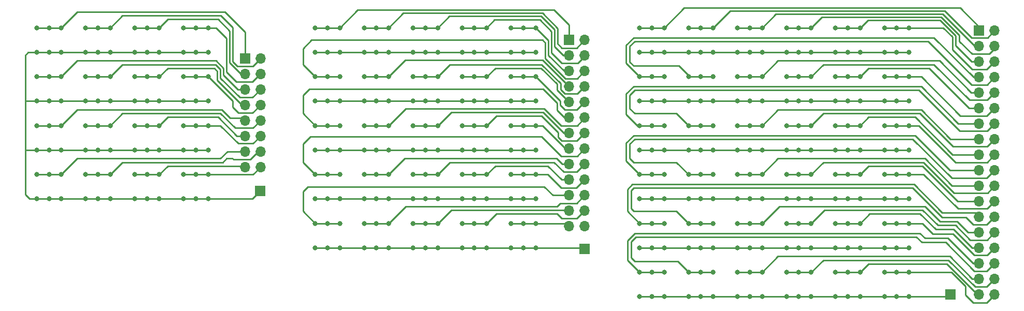
<source format=gbl>
%TF.GenerationSoftware,KiCad,Pcbnew,(6.0.2)*%
%TF.CreationDate,2023-03-09T16:35:16+09:00*%
%TF.ProjectId,pixel_array_study,70697865-6c5f-4617-9272-61795f737475,rev?*%
%TF.SameCoordinates,Original*%
%TF.FileFunction,Copper,L2,Bot*%
%TF.FilePolarity,Positive*%
%FSLAX46Y46*%
G04 Gerber Fmt 4.6, Leading zero omitted, Abs format (unit mm)*
G04 Created by KiCad (PCBNEW (6.0.2)) date 2023-03-09 16:35:16*
%MOMM*%
%LPD*%
G01*
G04 APERTURE LIST*
%TA.AperFunction,ComponentPad*%
%ADD10R,1.700000X1.700000*%
%TD*%
%TA.AperFunction,ComponentPad*%
%ADD11O,1.700000X1.700000*%
%TD*%
%TA.AperFunction,ViaPad*%
%ADD12C,0.800000*%
%TD*%
%TA.AperFunction,Conductor*%
%ADD13C,0.250000*%
%TD*%
G04 APERTURE END LIST*
D10*
%TO.P,J8,1,Pin_1*%
%TO.N,Net-(J8-Pad1)*%
X144000000Y-60200000D03*
%TD*%
%TO.P,J10,1,Pin_1*%
%TO.N,Net-(J10-Pad1)*%
X203800000Y-67600000D03*
%TD*%
%TO.P,J9,1,Pin_1*%
%TO.N,Net-(J9-Pad1)*%
X208460000Y-24425000D03*
D11*
%TO.P,J9,2,Pin_2*%
%TO.N,Net-(J9-Pad2)*%
X211000000Y-24425000D03*
%TO.P,J9,3,Pin_3*%
%TO.N,Net-(J9-Pad3)*%
X208460000Y-26965000D03*
%TO.P,J9,4,Pin_4*%
%TO.N,Net-(J9-Pad4)*%
X211000000Y-26965000D03*
%TO.P,J9,5,Pin_5*%
%TO.N,Net-(J9-Pad5)*%
X208460000Y-29505000D03*
%TO.P,J9,6,Pin_6*%
%TO.N,Net-(J9-Pad6)*%
X211000000Y-29505000D03*
%TO.P,J9,7,Pin_7*%
%TO.N,Net-(J9-Pad7)*%
X208460000Y-32045000D03*
%TO.P,J9,8,Pin_8*%
%TO.N,Net-(J9-Pad8)*%
X211000000Y-32045000D03*
%TO.P,J9,9,Pin_9*%
%TO.N,Net-(J9-Pad9)*%
X208460000Y-34585000D03*
%TO.P,J9,10,Pin_10*%
%TO.N,Net-(J9-Pad10)*%
X211000000Y-34585000D03*
%TO.P,J9,11,Pin_11*%
%TO.N,Net-(J9-Pad11)*%
X208460000Y-37125000D03*
%TO.P,J9,12,Pin_12*%
%TO.N,Net-(J9-Pad12)*%
X211000000Y-37125000D03*
%TO.P,J9,13,Pin_13*%
%TO.N,Net-(J9-Pad13)*%
X208460000Y-39665000D03*
%TO.P,J9,14,Pin_14*%
%TO.N,Net-(J9-Pad14)*%
X211000000Y-39665000D03*
%TO.P,J9,15,Pin_15*%
%TO.N,Net-(J9-Pad15)*%
X208460000Y-42205000D03*
%TO.P,J9,16,Pin_16*%
%TO.N,Net-(J9-Pad16)*%
X211000000Y-42205000D03*
%TO.P,J9,17,Pin_17*%
%TO.N,Net-(J9-Pad17)*%
X208460000Y-44745000D03*
%TO.P,J9,18,Pin_18*%
%TO.N,Net-(J9-Pad18)*%
X211000000Y-44745000D03*
%TO.P,J9,19,Pin_19*%
%TO.N,Net-(J9-Pad19)*%
X208460000Y-47285000D03*
%TO.P,J9,20,Pin_20*%
%TO.N,Net-(J9-Pad20)*%
X211000000Y-47285000D03*
%TO.P,J9,21,Pin_21*%
%TO.N,Net-(R75-Pad1)*%
X208460000Y-49825000D03*
%TO.P,J9,22,Pin_22*%
%TO.N,Net-(R76-Pad1)*%
X211000000Y-49825000D03*
%TO.P,J9,23,Pin_23*%
%TO.N,Net-(R77-Pad1)*%
X208460000Y-52365000D03*
%TO.P,J9,24,Pin_24*%
%TO.N,Net-(R78-Pad1)*%
X211000000Y-52365000D03*
%TO.P,J9,25,Pin_25*%
%TO.N,Net-(J9-Pad25)*%
X208460000Y-54905000D03*
%TO.P,J9,26,Pin_26*%
%TO.N,Net-(J9-Pad26)*%
X211000000Y-54905000D03*
%TO.P,J9,27,Pin_27*%
%TO.N,Net-(J9-Pad27)*%
X208460000Y-57445000D03*
%TO.P,J9,28,Pin_28*%
%TO.N,Net-(J9-Pad28)*%
X211000000Y-57445000D03*
%TO.P,J9,29,Pin_29*%
%TO.N,Net-(J9-Pad29)*%
X208460000Y-59985000D03*
%TO.P,J9,30,Pin_30*%
%TO.N,Net-(J9-Pad30)*%
X211000000Y-59985000D03*
%TO.P,J9,31,Pin_31*%
%TO.N,Net-(J9-Pad31)*%
X208460000Y-62525000D03*
%TO.P,J9,32,Pin_32*%
%TO.N,Net-(J9-Pad32)*%
X211000000Y-62525000D03*
%TO.P,J9,33,Pin_33*%
%TO.N,Net-(J9-Pad33)*%
X208460000Y-65065000D03*
%TO.P,J9,34,Pin_34*%
%TO.N,Net-(J9-Pad34)*%
X211000000Y-65065000D03*
%TO.P,J9,35,Pin_35*%
%TO.N,Net-(J9-Pad35)*%
X208460000Y-67605000D03*
%TO.P,J9,36,Pin_36*%
%TO.N,Net-(J9-Pad36)*%
X211000000Y-67605000D03*
%TD*%
%TO.P,J7,26*%
%TO.N,N/C*%
X144000000Y-56480000D03*
%TO.P,J7,25,Pin_25*%
%TO.N,Net-(R54-Pad1)*%
X141460000Y-56480000D03*
%TO.P,J7,24,Pin_24*%
%TO.N,Net-(R53-Pad1)*%
X144000000Y-53940000D03*
%TO.P,J7,23,Pin_23*%
%TO.N,Net-(R52-Pad1)*%
X141460000Y-53940000D03*
%TO.P,J7,22,Pin_22*%
%TO.N,Net-(R51-Pad1)*%
X144000000Y-51400000D03*
%TO.P,J7,21,Pin_21*%
%TO.N,Net-(R50-Pad1)*%
X141460000Y-51400000D03*
%TO.P,J7,20,Pin_20*%
%TO.N,Net-(R49-Pad1)*%
X144000000Y-48860000D03*
%TO.P,J7,19,Pin_19*%
%TO.N,Net-(R48-Pad1)*%
X141460000Y-48860000D03*
%TO.P,J7,18,Pin_18*%
%TO.N,Net-(R47-Pad1)*%
X144000000Y-46320000D03*
%TO.P,J7,17,Pin_17*%
%TO.N,Net-(R46-Pad1)*%
X141460000Y-46320000D03*
%TO.P,J7,16,Pin_16*%
%TO.N,Net-(R45-Pad1)*%
X144000000Y-43780000D03*
%TO.P,J7,15,Pin_15*%
%TO.N,Net-(R44-Pad1)*%
X141460000Y-43780000D03*
%TO.P,J7,14,Pin_14*%
%TO.N,Net-(R43-Pad1)*%
X144000000Y-41240000D03*
%TO.P,J7,13,Pin_13*%
%TO.N,Net-(R42-Pad1)*%
X141460000Y-41240000D03*
%TO.P,J7,12,Pin_12*%
%TO.N,Net-(R41-Pad1)*%
X144000000Y-38700000D03*
%TO.P,J7,11,Pin_11*%
%TO.N,Net-(R40-Pad1)*%
X141460000Y-38700000D03*
%TO.P,J7,10,Pin_10*%
%TO.N,Net-(R39-Pad1)*%
X144000000Y-36160000D03*
%TO.P,J7,9,Pin_9*%
%TO.N,Net-(R38-Pad1)*%
X141460000Y-36160000D03*
%TO.P,J7,8,Pin_8*%
%TO.N,Net-(R37-Pad1)*%
X144000000Y-33620000D03*
%TO.P,J7,7,Pin_7*%
%TO.N,Net-(R36-Pad1)*%
X141460000Y-33620000D03*
%TO.P,J7,6,Pin_6*%
%TO.N,Net-(R35-Pad1)*%
X144000000Y-31080000D03*
%TO.P,J7,5,Pin_5*%
%TO.N,Net-(R34-Pad1)*%
X141460000Y-31080000D03*
%TO.P,J7,4,Pin_4*%
%TO.N,Net-(R33-Pad1)*%
X144000000Y-28540000D03*
%TO.P,J7,3,Pin_3*%
%TO.N,Net-(R32-Pad1)*%
X141460000Y-28540000D03*
%TO.P,J7,2,Pin_2*%
%TO.N,Net-(R31-Pad1)*%
X144000000Y-26000000D03*
D10*
%TO.P,J7,1,Pin_1*%
%TO.N,Net-(R30-Pad1)*%
X141460000Y-26000000D03*
%TD*%
%TO.P,J6,1,Pin_1*%
%TO.N,Net-(J6-Pad1)*%
X91000000Y-50700000D03*
%TD*%
%TO.P,J5,1,Pin_1*%
%TO.N,Net-(J5-Pad1)*%
X88500000Y-29000000D03*
D11*
%TO.P,J5,2,Pin_2*%
%TO.N,Net-(J5-Pad2)*%
X91040000Y-29000000D03*
%TO.P,J5,3,Pin_3*%
%TO.N,Net-(J5-Pad3)*%
X88500000Y-31540000D03*
%TO.P,J5,4,Pin_4*%
%TO.N,Net-(J5-Pad4)*%
X91040000Y-31540000D03*
%TO.P,J5,5,Pin_5*%
%TO.N,Net-(J5-Pad5)*%
X88500000Y-34080000D03*
%TO.P,J5,6,Pin_6*%
%TO.N,Net-(J5-Pad6)*%
X91040000Y-34080000D03*
%TO.P,J5,7,Pin_7*%
%TO.N,Net-(J5-Pad7)*%
X88500000Y-36620000D03*
%TO.P,J5,8,Pin_8*%
%TO.N,Net-(J5-Pad8)*%
X91040000Y-36620000D03*
%TO.P,J5,9,Pin_9*%
%TO.N,Net-(J5-Pad9)*%
X88500000Y-39160000D03*
%TO.P,J5,10,Pin_10*%
%TO.N,Net-(J5-Pad10)*%
X91040000Y-39160000D03*
%TO.P,J5,11,Pin_11*%
%TO.N,Net-(J5-Pad11)*%
X88500000Y-41700000D03*
%TO.P,J5,12,Pin_12*%
%TO.N,Net-(J5-Pad12)*%
X91040000Y-41700000D03*
%TO.P,J5,13,Pin_13*%
%TO.N,Net-(J5-Pad13)*%
X88500000Y-44240000D03*
%TO.P,J5,14,Pin_14*%
%TO.N,Net-(J5-Pad14)*%
X91040000Y-44240000D03*
%TO.P,J5,15,Pin_15*%
%TO.N,Net-(J5-Pad15)*%
X88500000Y-46780000D03*
%TO.P,J5,16,Pin_16*%
%TO.N,Net-(J5-Pad16)*%
X91040000Y-46780000D03*
%TD*%
D12*
%TO.N,Net-(J9-Pad13)*%
X157000000Y-40000000D03*
X155000000Y-40000000D03*
X153000000Y-40000000D03*
%TO.N,Net-(J10-Pad1)*%
X173000000Y-44000000D03*
X171000000Y-44000000D03*
X169000000Y-44000000D03*
X165000000Y-44000000D03*
X163000000Y-44000000D03*
X161000000Y-44000000D03*
X157000000Y-44000000D03*
X155000000Y-44000000D03*
X153000000Y-44000000D03*
%TO.N,Net-(J9-Pad19)*%
X153000000Y-48000000D03*
X155000000Y-48000000D03*
X157000000Y-48000000D03*
%TO.N,Net-(J9-Pad20)*%
X161000000Y-48000000D03*
X163000000Y-48000000D03*
X165000000Y-48000000D03*
%TO.N,Net-(R75-Pad1)*%
X169000000Y-48000000D03*
X171000000Y-48000000D03*
X173000000Y-48000000D03*
%TO.N,Net-(J10-Pad1)*%
X173000000Y-52000000D03*
X171000000Y-52000000D03*
X169000000Y-52000000D03*
X165000000Y-52000000D03*
X163000000Y-52000000D03*
X161000000Y-52000000D03*
X157000000Y-52000000D03*
X155000000Y-52000000D03*
X153000000Y-52000000D03*
%TO.N,Net-(J9-Pad25)*%
X157000000Y-56000000D03*
X155000000Y-56000000D03*
X153000000Y-56000000D03*
%TO.N,Net-(J10-Pad1)*%
X153000000Y-60000000D03*
X155000000Y-60000000D03*
X157000000Y-60000000D03*
%TO.N,Net-(J9-Pad31)*%
X157000000Y-64000000D03*
X155000000Y-64000000D03*
X153000000Y-64000000D03*
%TO.N,Net-(J10-Pad1)*%
X153000000Y-68000000D03*
X155000000Y-68000000D03*
X157000000Y-68000000D03*
X161000000Y-68000000D03*
X163000000Y-68000000D03*
X165000000Y-68000000D03*
%TO.N,Net-(J9-Pad32)*%
X165000000Y-64000000D03*
X163000000Y-64000000D03*
X161000000Y-64000000D03*
%TO.N,Net-(J10-Pad1)*%
X161000000Y-60000000D03*
X163000000Y-60000000D03*
X165000000Y-60000000D03*
%TO.N,Net-(J9-Pad26)*%
X165000000Y-56000000D03*
X163000000Y-56000000D03*
X161000000Y-56000000D03*
%TO.N,Net-(J9-Pad27)*%
X173000000Y-56000000D03*
X171000000Y-56000000D03*
X169000000Y-56000000D03*
%TO.N,Net-(J10-Pad1)*%
X173000000Y-60000000D03*
X171000000Y-60000000D03*
X169000000Y-60000000D03*
%TO.N,Net-(J9-Pad33)*%
X173000000Y-64000000D03*
X171000000Y-64000000D03*
X169000000Y-64000000D03*
%TO.N,Net-(J10-Pad1)*%
X173000000Y-68000000D03*
X171000000Y-68000000D03*
X169000000Y-68000000D03*
X181000000Y-68000000D03*
X179000000Y-68000000D03*
X177000000Y-68000000D03*
%TO.N,Net-(J9-Pad34)*%
X181000000Y-64000000D03*
X179000000Y-64000000D03*
X177000000Y-64000000D03*
%TO.N,Net-(J10-Pad1)*%
X181000000Y-60000000D03*
X179000000Y-60000000D03*
X177000000Y-60000000D03*
%TO.N,Net-(J9-Pad28)*%
X181000000Y-56000000D03*
X179000000Y-56000000D03*
X177000000Y-56000000D03*
%TO.N,Net-(J10-Pad1)*%
X181000000Y-52000000D03*
X179000000Y-52000000D03*
X177000000Y-52000000D03*
%TO.N,Net-(R76-Pad1)*%
X181000000Y-48000000D03*
X179000000Y-48000000D03*
X177000000Y-48000000D03*
%TO.N,Net-(J10-Pad1)*%
X181000000Y-44000000D03*
X179000000Y-44000000D03*
X177000000Y-44000000D03*
X197000000Y-60000000D03*
X195000000Y-60000000D03*
X193000000Y-60000000D03*
%TO.N,Net-(J9-Pad36)*%
X193000000Y-64000000D03*
X195000000Y-64000000D03*
X197000000Y-64000000D03*
%TO.N,Net-(J10-Pad1)*%
X197000000Y-68000000D03*
X195000000Y-68000000D03*
X193000000Y-68000000D03*
X189000000Y-68000000D03*
X187000000Y-68000000D03*
X185000000Y-68000000D03*
%TO.N,Net-(J9-Pad35)*%
X185000000Y-64000000D03*
X187000000Y-64000000D03*
X189000000Y-64000000D03*
%TO.N,Net-(J10-Pad1)*%
X189000000Y-60000000D03*
X187000000Y-60000000D03*
X185000000Y-60000000D03*
%TO.N,Net-(J9-Pad29)*%
X185000000Y-56000000D03*
X187000000Y-56000000D03*
X189000000Y-56000000D03*
%TO.N,Net-(J9-Pad30)*%
X197000000Y-56000000D03*
X195000000Y-56000000D03*
X193000000Y-56000000D03*
%TO.N,Net-(J10-Pad1)*%
X189000000Y-52000000D03*
X187000000Y-52000000D03*
X185000000Y-52000000D03*
%TO.N,Net-(R77-Pad1)*%
X185000000Y-48000000D03*
X187000000Y-48000000D03*
X189000000Y-48000000D03*
%TO.N,Net-(J10-Pad1)*%
X189000000Y-44000000D03*
X187000000Y-44000000D03*
X185000000Y-44000000D03*
X197000000Y-52000000D03*
X195000000Y-52000000D03*
X193000000Y-52000000D03*
%TO.N,Net-(R78-Pad1)*%
X193000000Y-48000000D03*
X197000000Y-48000000D03*
X195000000Y-48000000D03*
%TO.N,Net-(J10-Pad1)*%
X193000000Y-44000000D03*
X195000000Y-44000000D03*
X197000000Y-44000000D03*
%TO.N,Net-(J9-Pad18)*%
X197000000Y-40000000D03*
X195000000Y-40000000D03*
X193000000Y-40000000D03*
%TO.N,Net-(J10-Pad1)*%
X193000000Y-36000000D03*
X195000000Y-36000000D03*
X197000000Y-36000000D03*
%TO.N,Net-(J9-Pad12)*%
X197000000Y-32000000D03*
X195000000Y-32000000D03*
X193000000Y-32000000D03*
%TO.N,Net-(J10-Pad1)*%
X193000000Y-28000000D03*
X195000000Y-28000000D03*
X197000000Y-28000000D03*
%TO.N,Net-(J9-Pad6)*%
X197000000Y-24000000D03*
X195000000Y-24000000D03*
X193000000Y-24000000D03*
%TO.N,Net-(J9-Pad5)*%
X185000000Y-24000000D03*
X187000000Y-24000000D03*
X189000000Y-24000000D03*
%TO.N,Net-(J10-Pad1)*%
X185000000Y-28000000D03*
X187000000Y-28000000D03*
X189000000Y-28000000D03*
%TO.N,Net-(J9-Pad11)*%
X189000000Y-32000000D03*
X187000000Y-32000000D03*
X185000000Y-32000000D03*
%TO.N,Net-(J10-Pad1)*%
X185000000Y-36000000D03*
X187000000Y-36000000D03*
X189000000Y-36000000D03*
%TO.N,Net-(J9-Pad17)*%
X189000000Y-40000000D03*
X187000000Y-40000000D03*
X185000000Y-40000000D03*
%TO.N,Net-(J9-Pad16)*%
X181000000Y-40000000D03*
X179000000Y-40000000D03*
X177000000Y-40000000D03*
%TO.N,Net-(J10-Pad1)*%
X177000000Y-36000000D03*
X179000000Y-36000000D03*
X181000000Y-36000000D03*
%TO.N,Net-(J9-Pad10)*%
X181000000Y-32000000D03*
X179000000Y-32000000D03*
X177000000Y-32000000D03*
%TO.N,Net-(J10-Pad1)*%
X177000000Y-28000000D03*
X179000000Y-28000000D03*
X181000000Y-28000000D03*
%TO.N,Net-(J9-Pad4)*%
X181000000Y-24000000D03*
X179000000Y-24000000D03*
X177000000Y-24000000D03*
%TO.N,Net-(J9-Pad3)*%
X173000000Y-24000000D03*
X171000000Y-24000000D03*
X169000000Y-24000000D03*
%TO.N,Net-(J10-Pad1)*%
X169000000Y-28000000D03*
X171000000Y-28000000D03*
X173000000Y-28000000D03*
%TO.N,Net-(J9-Pad9)*%
X173000000Y-32000000D03*
X171000000Y-32000000D03*
X169000000Y-32000000D03*
%TO.N,Net-(J10-Pad1)*%
X169000000Y-36000000D03*
X171000000Y-36000000D03*
X173000000Y-36000000D03*
%TO.N,Net-(J9-Pad15)*%
X173000000Y-40000000D03*
X171000000Y-40000000D03*
X169000000Y-40000000D03*
%TO.N,Net-(J9-Pad14)*%
X165000000Y-40000000D03*
X163000000Y-40000000D03*
X161000000Y-40000000D03*
%TO.N,Net-(J10-Pad1)*%
X161000000Y-36000000D03*
X163000000Y-36000000D03*
X165000000Y-36000000D03*
%TO.N,Net-(J9-Pad8)*%
X165000000Y-32000000D03*
X163000000Y-32000000D03*
X161000000Y-32000000D03*
%TO.N,Net-(J10-Pad1)*%
X161000000Y-28000000D03*
X163000000Y-28000000D03*
X165000000Y-28000000D03*
%TO.N,Net-(J9-Pad2)*%
X165000000Y-24000000D03*
X163000000Y-24000000D03*
X161000000Y-24000000D03*
%TO.N,Net-(J10-Pad1)*%
X153000000Y-36000000D03*
X155000000Y-36000000D03*
X157000000Y-36000000D03*
%TO.N,Net-(J9-Pad7)*%
X157000000Y-32000000D03*
X155000000Y-32000000D03*
X153000000Y-32000000D03*
%TO.N,Net-(J10-Pad1)*%
X153000000Y-28000000D03*
X155000000Y-28000000D03*
X157000000Y-28000000D03*
%TO.N,Net-(J9-Pad1)*%
X157000000Y-24000000D03*
X155000000Y-24000000D03*
X153000000Y-24000000D03*
%TO.N,Net-(J8-Pad1)*%
X104000000Y-60000000D03*
X102000000Y-60000000D03*
X100000000Y-60000000D03*
%TO.N,Net-(R50-Pad1)*%
X100000000Y-56000000D03*
X102000000Y-56000000D03*
X104000000Y-56000000D03*
%TO.N,Net-(J8-Pad1)*%
X104000000Y-52000000D03*
X102000000Y-52000000D03*
X100000000Y-52000000D03*
%TO.N,Net-(R45-Pad1)*%
X100000000Y-48000000D03*
X102000000Y-48000000D03*
X104000000Y-48000000D03*
%TO.N,Net-(R48-Pad1)*%
X128000000Y-48000000D03*
X126000000Y-48000000D03*
X124000000Y-48000000D03*
%TO.N,Net-(R47-Pad1)*%
X120000000Y-48000000D03*
X118000000Y-48000000D03*
X116000000Y-48000000D03*
%TO.N,Net-(R46-Pad1)*%
X112000000Y-48000000D03*
X110000000Y-48000000D03*
X108000000Y-48000000D03*
%TO.N,Net-(J8-Pad1)*%
X108000000Y-52000000D03*
X110000000Y-52000000D03*
X112000000Y-52000000D03*
X116000000Y-52000000D03*
X118000000Y-52000000D03*
X120000000Y-52000000D03*
X124000000Y-52000000D03*
X126000000Y-52000000D03*
X128000000Y-52000000D03*
%TO.N,Net-(R53-Pad1)*%
X128000000Y-56000000D03*
X126000000Y-56000000D03*
X124000000Y-56000000D03*
%TO.N,Net-(R52-Pad1)*%
X120000000Y-56000000D03*
X118000000Y-56000000D03*
X116000000Y-56000000D03*
%TO.N,Net-(R51-Pad1)*%
X112000000Y-56000000D03*
X110000000Y-56000000D03*
X108000000Y-56000000D03*
%TO.N,Net-(J8-Pad1)*%
X108000000Y-60000000D03*
X110000000Y-60000000D03*
X112000000Y-60000000D03*
X116000000Y-60000000D03*
X118000000Y-60000000D03*
X120000000Y-60000000D03*
X124000000Y-60000000D03*
X126000000Y-60000000D03*
X128000000Y-60000000D03*
X132000000Y-60000000D03*
X134000000Y-60000000D03*
X136000000Y-60000000D03*
%TO.N,Net-(R54-Pad1)*%
X136000000Y-56000000D03*
X134000000Y-56000000D03*
X132000000Y-56000000D03*
%TO.N,Net-(J8-Pad1)*%
X132000000Y-52000000D03*
X134000000Y-52000000D03*
X136000000Y-52000000D03*
%TO.N,Net-(R49-Pad1)*%
X136000000Y-48000000D03*
X134000000Y-48000000D03*
X132000000Y-48000000D03*
%TO.N,Net-(J8-Pad1)*%
X136000000Y-44000000D03*
X134000000Y-44000000D03*
X132000000Y-44000000D03*
%TO.N,Net-(R44-Pad1)*%
X136000000Y-40000000D03*
X134000000Y-40000000D03*
X132000000Y-40000000D03*
%TO.N,Net-(J8-Pad1)*%
X128000000Y-44000000D03*
X126000000Y-44000000D03*
X124000000Y-44000000D03*
%TO.N,Net-(R43-Pad1)*%
X128000000Y-40000000D03*
X126000000Y-40000000D03*
X124000000Y-40000000D03*
%TO.N,Net-(J8-Pad1)*%
X116000000Y-44000000D03*
X118000000Y-44000000D03*
X120000000Y-44000000D03*
%TO.N,Net-(R42-Pad1)*%
X120000000Y-40000000D03*
X118000000Y-40000000D03*
X116000000Y-40000000D03*
%TO.N,Net-(J8-Pad1)*%
X112000000Y-44000000D03*
X110000000Y-44000000D03*
X108000000Y-44000000D03*
%TO.N,Net-(R41-Pad1)*%
X112000000Y-40000000D03*
X110000000Y-40000000D03*
X108000000Y-40000000D03*
%TO.N,Net-(J8-Pad1)*%
X104000000Y-44000000D03*
X102000000Y-44000000D03*
X100000000Y-44000000D03*
%TO.N,Net-(R40-Pad1)*%
X104000000Y-40000000D03*
X102000000Y-40000000D03*
X100000000Y-40000000D03*
%TO.N,Net-(J8-Pad1)*%
X100000000Y-36000000D03*
X102000000Y-36000000D03*
X104000000Y-36000000D03*
X108000000Y-36000000D03*
X110000000Y-36000000D03*
X112000000Y-36000000D03*
X116000000Y-36000000D03*
X118000000Y-36000000D03*
X120000000Y-36000000D03*
X124000000Y-36000000D03*
X126000000Y-36000000D03*
X128000000Y-36000000D03*
X132000000Y-36000000D03*
X134000000Y-36000000D03*
X136000000Y-36000000D03*
%TO.N,Net-(R39-Pad1)*%
X136000000Y-32000000D03*
X134000000Y-32000000D03*
X132000000Y-32000000D03*
%TO.N,Net-(R38-Pad1)*%
X128000000Y-32000000D03*
X126000000Y-32000000D03*
X124000000Y-32000000D03*
%TO.N,Net-(R37-Pad1)*%
X120000000Y-32000000D03*
X118000000Y-32000000D03*
X116000000Y-32000000D03*
%TO.N,Net-(R36-Pad1)*%
X112000000Y-32000000D03*
X110000000Y-32000000D03*
X108000000Y-32000000D03*
%TO.N,Net-(R35-Pad1)*%
X104000000Y-32000000D03*
X102000000Y-32000000D03*
X100000000Y-32000000D03*
%TO.N,Net-(J8-Pad1)*%
X100000000Y-28000000D03*
X102000000Y-28000000D03*
X104000000Y-28000000D03*
X108000000Y-28000000D03*
X110000000Y-28000000D03*
X112000000Y-28000000D03*
X116000000Y-28000000D03*
X118000000Y-28000000D03*
X120000000Y-28000000D03*
X124000000Y-28000000D03*
X126000000Y-28000000D03*
X128000000Y-28000000D03*
X132000000Y-28000000D03*
X134000000Y-28000000D03*
X136000000Y-28000000D03*
%TO.N,Net-(R34-Pad1)*%
X136000000Y-24000000D03*
X134000000Y-24000000D03*
X132000000Y-24000000D03*
%TO.N,Net-(R33-Pad1)*%
X128000000Y-24000000D03*
X126000000Y-24000000D03*
X124000000Y-24000000D03*
%TO.N,Net-(R32-Pad1)*%
X120000000Y-24000000D03*
X118000000Y-24000000D03*
X116000000Y-24000000D03*
%TO.N,Net-(R31-Pad1)*%
X112000000Y-24000000D03*
X110000000Y-24000000D03*
X108000000Y-24000000D03*
%TO.N,Net-(R30-Pad1)*%
X104000000Y-24000000D03*
X102000000Y-24000000D03*
X100000000Y-24000000D03*
%TO.N,Net-(J6-Pad1)*%
X78500000Y-52000000D03*
X80500000Y-52000000D03*
X82500000Y-52000000D03*
%TO.N,Net-(J5-Pad16)*%
X82500000Y-48000000D03*
X80500000Y-48000000D03*
X78500000Y-48000000D03*
%TO.N,Net-(J5-Pad15)*%
X70500000Y-48000000D03*
X72500000Y-48000000D03*
X74500000Y-48000000D03*
%TO.N,Net-(J6-Pad1)*%
X74500000Y-52000000D03*
X72500000Y-52000000D03*
X70500000Y-52000000D03*
X66500000Y-52000000D03*
X64500000Y-52000000D03*
X62500000Y-52000000D03*
%TO.N,Net-(J5-Pad14)*%
X66500000Y-48000000D03*
X64500000Y-48000000D03*
X62500000Y-48000000D03*
%TO.N,Net-(J6-Pad1)*%
X54500000Y-52000000D03*
X56500000Y-52000000D03*
X58500000Y-52000000D03*
%TO.N,Net-(J5-Pad13)*%
X58500000Y-48000000D03*
X56500000Y-48000000D03*
X54500000Y-48000000D03*
%TO.N,Net-(J6-Pad1)*%
X54500000Y-44000000D03*
X56500000Y-44000000D03*
X58500000Y-44000000D03*
X62500000Y-44000000D03*
X64500000Y-44000000D03*
X66500000Y-44000000D03*
X70500000Y-44000000D03*
X72500000Y-44000000D03*
X74500000Y-44000000D03*
X78500000Y-44000000D03*
X80500000Y-44000000D03*
X82500000Y-44000000D03*
%TO.N,Net-(J5-Pad12)*%
X82500000Y-40000000D03*
X80500000Y-40000000D03*
X78500000Y-40000000D03*
%TO.N,Net-(J5-Pad11)*%
X74500000Y-40000000D03*
X72500000Y-40000000D03*
X70500000Y-40000000D03*
%TO.N,Net-(J5-Pad10)*%
X66500000Y-40000000D03*
X64500000Y-40000000D03*
X62500000Y-40000000D03*
%TO.N,Net-(J5-Pad9)*%
X58500000Y-40000000D03*
X56500000Y-40000000D03*
X54500000Y-40000000D03*
%TO.N,Net-(J6-Pad1)*%
X54500000Y-36000000D03*
X56500000Y-36000000D03*
X58500000Y-36000000D03*
X62500000Y-36000000D03*
X64500000Y-36000000D03*
X66500000Y-36000000D03*
X70500000Y-36000000D03*
X72500000Y-36000000D03*
X74500000Y-36000000D03*
X78500000Y-36000000D03*
X80500000Y-36000000D03*
X82500000Y-36000000D03*
%TO.N,Net-(J5-Pad8)*%
X82500000Y-32000000D03*
X80500000Y-32000000D03*
X78500000Y-32000000D03*
%TO.N,Net-(J5-Pad7)*%
X74500000Y-32000000D03*
X72500000Y-32000000D03*
X70500000Y-32000000D03*
%TO.N,Net-(J5-Pad6)*%
X66500000Y-32000000D03*
X64500000Y-32000000D03*
X62500000Y-32000000D03*
%TO.N,Net-(J5-Pad5)*%
X58500000Y-32000000D03*
X56500000Y-32000000D03*
X54500000Y-32000000D03*
%TO.N,Net-(J6-Pad1)*%
X54500000Y-28000000D03*
X56500000Y-28000000D03*
X58500000Y-28000000D03*
X62500000Y-28000000D03*
X64500000Y-28000000D03*
X66500000Y-28000000D03*
X70500000Y-28000000D03*
X72500000Y-28000000D03*
X74500000Y-28000000D03*
X78500000Y-28000000D03*
X80500000Y-28000000D03*
X82500000Y-28000000D03*
%TO.N,Net-(J5-Pad4)*%
X82500000Y-24000000D03*
X80500000Y-24000000D03*
X78500000Y-24000000D03*
%TO.N,Net-(J5-Pad3)*%
X74500000Y-24000000D03*
X72500000Y-24000000D03*
X70500000Y-24000000D03*
%TO.N,Net-(J5-Pad2)*%
X66500000Y-24000000D03*
X64500000Y-24000000D03*
X62500000Y-24000000D03*
%TO.N,Net-(J5-Pad1)*%
X58500000Y-24000000D03*
X56500000Y-24000000D03*
X54500000Y-24000000D03*
%TD*%
D13*
%TO.N,Net-(J9-Pad31)*%
X157000000Y-64000000D02*
X153000000Y-64000000D01*
%TO.N,Net-(J9-Pad32)*%
X165000000Y-64000000D02*
X161000000Y-64000000D01*
%TO.N,Net-(J9-Pad33)*%
X173000000Y-64000000D02*
X169000000Y-64000000D01*
%TO.N,Net-(J9-Pad34)*%
X181000000Y-64000000D02*
X177000000Y-64000000D01*
%TO.N,Net-(J9-Pad35)*%
X189000000Y-64000000D02*
X185000000Y-64000000D01*
%TO.N,Net-(J9-Pad36)*%
X197000000Y-64000000D02*
X193000000Y-64000000D01*
%TO.N,Net-(J9-Pad30)*%
X193000000Y-56000000D02*
X197000000Y-56000000D01*
%TO.N,Net-(J9-Pad29)*%
X185000000Y-56000000D02*
X189000000Y-56000000D01*
%TO.N,Net-(J9-Pad28)*%
X177000000Y-56000000D02*
X181000000Y-56000000D01*
%TO.N,Net-(J9-Pad27)*%
X169000000Y-56000000D02*
X173000000Y-56000000D01*
%TO.N,Net-(J9-Pad26)*%
X161000000Y-56000000D02*
X165000000Y-56000000D01*
%TO.N,Net-(J9-Pad25)*%
X153000000Y-56000000D02*
X157000000Y-56000000D01*
%TO.N,Net-(J9-Pad19)*%
X157000000Y-48000000D02*
X153000000Y-48000000D01*
%TO.N,Net-(J9-Pad20)*%
X165000000Y-48000000D02*
X161000000Y-48000000D01*
%TO.N,Net-(R75-Pad1)*%
X173000000Y-48000000D02*
X169000000Y-48000000D01*
%TO.N,Net-(R76-Pad1)*%
X181000000Y-48000000D02*
X177000000Y-48000000D01*
%TO.N,Net-(R77-Pad1)*%
X189000000Y-48000000D02*
X185000000Y-48000000D01*
%TO.N,Net-(R78-Pad1)*%
X197000000Y-48000000D02*
X193000000Y-48000000D01*
%TO.N,Net-(J9-Pad18)*%
X193000000Y-40000000D02*
X197000000Y-40000000D01*
%TO.N,Net-(J9-Pad17)*%
X185000000Y-40000000D02*
X189000000Y-40000000D01*
%TO.N,Net-(J9-Pad16)*%
X177000000Y-40000000D02*
X181000000Y-40000000D01*
%TO.N,Net-(J9-Pad15)*%
X169000000Y-40000000D02*
X173000000Y-40000000D01*
%TO.N,Net-(J9-Pad14)*%
X161000000Y-40000000D02*
X165000000Y-40000000D01*
%TO.N,Net-(J9-Pad13)*%
X153000000Y-40000000D02*
X157000000Y-40000000D01*
%TO.N,Net-(J9-Pad7)*%
X157000000Y-32000000D02*
X153000000Y-32000000D01*
%TO.N,Net-(J9-Pad8)*%
X165000000Y-32000000D02*
X161000000Y-32000000D01*
%TO.N,Net-(J9-Pad9)*%
X173000000Y-32000000D02*
X169000000Y-32000000D01*
%TO.N,Net-(J9-Pad10)*%
X181000000Y-32000000D02*
X177000000Y-32000000D01*
%TO.N,Net-(J9-Pad11)*%
X189000000Y-32000000D02*
X185000000Y-32000000D01*
%TO.N,Net-(J9-Pad12)*%
X197000000Y-32000000D02*
X192700000Y-32000000D01*
%TO.N,Net-(J9-Pad6)*%
X193000000Y-24000000D02*
X197000000Y-24000000D01*
%TO.N,Net-(J9-Pad5)*%
X185000000Y-24000000D02*
X189000000Y-24000000D01*
%TO.N,Net-(J9-Pad4)*%
X177000000Y-24000000D02*
X181000000Y-24000000D01*
%TO.N,Net-(J9-Pad3)*%
X169000000Y-24000000D02*
X173000000Y-24000000D01*
%TO.N,Net-(J9-Pad2)*%
X161000000Y-24000000D02*
X165000000Y-24000000D01*
%TO.N,Net-(J9-Pad1)*%
X157000000Y-24000000D02*
X153000000Y-24000000D01*
%TO.N,Net-(R54-Pad1)*%
X132000000Y-56000000D02*
X136000000Y-56000000D01*
%TO.N,Net-(R53-Pad1)*%
X124000000Y-56000000D02*
X128000000Y-56000000D01*
%TO.N,Net-(R52-Pad1)*%
X116000000Y-56000000D02*
X120000000Y-56000000D01*
%TO.N,Net-(R51-Pad1)*%
X108000000Y-56000000D02*
X112000000Y-56000000D01*
%TO.N,Net-(R50-Pad1)*%
X100000000Y-56000000D02*
X104000000Y-56000000D01*
%TO.N,Net-(R45-Pad1)*%
X104000000Y-48000000D02*
X100000000Y-48000000D01*
%TO.N,Net-(R46-Pad1)*%
X112000000Y-48000000D02*
X108000000Y-48000000D01*
%TO.N,Net-(R47-Pad1)*%
X120000000Y-48000000D02*
X116000000Y-48000000D01*
%TO.N,Net-(R48-Pad1)*%
X124000000Y-48000000D02*
X128000000Y-48000000D01*
%TO.N,Net-(R49-Pad1)*%
X136000000Y-48000000D02*
X132000000Y-48000000D01*
%TO.N,Net-(R44-Pad1)*%
X132000000Y-40000000D02*
X136000000Y-40000000D01*
%TO.N,Net-(R43-Pad1)*%
X124000000Y-40000000D02*
X128000000Y-40000000D01*
%TO.N,Net-(R42-Pad1)*%
X116000000Y-40000000D02*
X120000000Y-40000000D01*
%TO.N,Net-(R41-Pad1)*%
X108000000Y-40000000D02*
X112000000Y-40000000D01*
%TO.N,Net-(R40-Pad1)*%
X100000000Y-40000000D02*
X104000000Y-40000000D01*
%TO.N,Net-(R35-Pad1)*%
X104000000Y-32000000D02*
X100000000Y-32000000D01*
%TO.N,Net-(R36-Pad1)*%
X112000000Y-32000000D02*
X108000000Y-32000000D01*
%TO.N,Net-(R37-Pad1)*%
X120000000Y-32000000D02*
X116000000Y-32000000D01*
%TO.N,Net-(R38-Pad1)*%
X128000000Y-32000000D02*
X124000000Y-32000000D01*
%TO.N,Net-(R39-Pad1)*%
X136000000Y-32000000D02*
X132000000Y-32000000D01*
%TO.N,Net-(R34-Pad1)*%
X132000000Y-24000000D02*
X136000000Y-24000000D01*
%TO.N,Net-(R33-Pad1)*%
X124000000Y-24000000D02*
X128000000Y-24000000D01*
%TO.N,Net-(R32-Pad1)*%
X116000000Y-24000000D02*
X120000000Y-24000000D01*
%TO.N,Net-(R31-Pad1)*%
X108000000Y-24000000D02*
X112000000Y-24000000D01*
%TO.N,Net-(R30-Pad1)*%
X104000000Y-24000000D02*
X100000000Y-24000000D01*
%TO.N,Net-(J5-Pad13)*%
X54500000Y-48000000D02*
X58500000Y-48000000D01*
%TO.N,Net-(J5-Pad14)*%
X62500000Y-48000000D02*
X66500000Y-48000000D01*
%TO.N,Net-(J5-Pad15)*%
X70500000Y-48000000D02*
X74500000Y-48000000D01*
%TO.N,Net-(J5-Pad16)*%
X82500000Y-48000000D02*
X78500000Y-48000000D01*
%TO.N,Net-(J5-Pad12)*%
X78500000Y-40000000D02*
X82500000Y-40000000D01*
%TO.N,Net-(J5-Pad11)*%
X70500000Y-40000000D02*
X74500000Y-40000000D01*
%TO.N,Net-(J5-Pad10)*%
X66500000Y-40000000D02*
X62500000Y-40000000D01*
%TO.N,Net-(J5-Pad9)*%
X54500000Y-40000000D02*
X58500000Y-40000000D01*
%TO.N,Net-(J5-Pad8)*%
X78500000Y-32000000D02*
X82500000Y-32000000D01*
%TO.N,Net-(J5-Pad7)*%
X70500000Y-32000000D02*
X74500000Y-32000000D01*
%TO.N,Net-(J5-Pad6)*%
X62500000Y-32000000D02*
X66500000Y-32000000D01*
%TO.N,Net-(J5-Pad5)*%
X54500000Y-32000000D02*
X58500000Y-32000000D01*
%TO.N,Net-(J5-Pad4)*%
X78500000Y-24000000D02*
X82500000Y-24000000D01*
%TO.N,Net-(J5-Pad3)*%
X70500000Y-24000000D02*
X74500000Y-24000000D01*
%TO.N,Net-(J5-Pad2)*%
X62500000Y-24000000D02*
X66500000Y-24000000D01*
%TO.N,Net-(J5-Pad1)*%
X54500000Y-24000000D02*
X58500000Y-24000000D01*
%TO.N,Net-(R33-Pad1)*%
X129300000Y-22700000D02*
X130300000Y-22700000D01*
X128000000Y-24000000D02*
X129300000Y-22700000D01*
X130300000Y-22700000D02*
X136700000Y-22700000D01*
%TO.N,Net-(R32-Pad1)*%
X121900000Y-22100000D02*
X124600000Y-22100000D01*
X120000000Y-24000000D02*
X121900000Y-22100000D01*
X136900000Y-22100000D02*
X124600000Y-22100000D01*
%TO.N,Net-(R31-Pad1)*%
X114400000Y-21600000D02*
X116000000Y-21600000D01*
X116000000Y-21600000D02*
X137100000Y-21600000D01*
X112000000Y-24000000D02*
X114400000Y-21600000D01*
%TO.N,Net-(R30-Pad1)*%
X106900000Y-21100000D02*
X110400000Y-21100000D01*
X104000000Y-24000000D02*
X106900000Y-21100000D01*
X110400000Y-21100000D02*
X139020000Y-21100000D01*
%TO.N,Net-(R38-Pad1)*%
X129400000Y-30600000D02*
X130300000Y-30600000D01*
X128000000Y-32000000D02*
X129400000Y-30600000D01*
X136900000Y-30600000D02*
X130300000Y-30600000D01*
%TO.N,Net-(R37-Pad1)*%
X120000000Y-32000000D02*
X122000000Y-30000000D01*
X122000000Y-30000000D02*
X123100000Y-30000000D01*
X136200000Y-30000000D02*
X123100000Y-30000000D01*
%TO.N,Net-(R36-Pad1)*%
X112000000Y-32000000D02*
X114700000Y-29300000D01*
X117400000Y-29300000D02*
X137140000Y-29300000D01*
X114700000Y-29300000D02*
X117400000Y-29300000D01*
%TO.N,Net-(R43-Pad1)*%
X129600000Y-38400000D02*
X131400000Y-38400000D01*
X128000000Y-40000000D02*
X129600000Y-38400000D01*
X131400000Y-38400000D02*
X137000000Y-38400000D01*
%TO.N,Net-(R42-Pad1)*%
X122200000Y-37800000D02*
X124900000Y-37800000D01*
X120000000Y-40000000D02*
X122200000Y-37800000D01*
X124900000Y-37800000D02*
X137200000Y-37800000D01*
%TO.N,Net-(R41-Pad1)*%
X114800000Y-37200000D02*
X117200000Y-37200000D01*
X112000000Y-40000000D02*
X114800000Y-37200000D01*
X137400000Y-37200000D02*
X117200000Y-37200000D01*
%TO.N,Net-(R48-Pad1)*%
X128000000Y-48000000D02*
X129400000Y-46600000D01*
X129400000Y-46600000D02*
X130400000Y-46600000D01*
X138000000Y-46600000D02*
X130400000Y-46600000D01*
%TO.N,Net-(R47-Pad1)*%
X120000000Y-48000000D02*
X122000000Y-46000000D01*
X123200000Y-46000000D02*
X139000000Y-46000000D01*
X122000000Y-46000000D02*
X123200000Y-46000000D01*
%TO.N,Net-(R46-Pad1)*%
X112000000Y-48000000D02*
X114600000Y-45400000D01*
X139400000Y-45400000D02*
X117000000Y-45400000D01*
X114600000Y-45400000D02*
X117000000Y-45400000D01*
%TO.N,Net-(R51-Pad1)*%
X112000000Y-56000000D02*
X114800000Y-53200000D01*
X114800000Y-53200000D02*
X116700000Y-53200000D01*
X116700000Y-53200000D02*
X139500000Y-53200000D01*
%TO.N,Net-(R52-Pad1)*%
X120000000Y-56000000D02*
X122200000Y-53800000D01*
X122800000Y-53800000D02*
X141320000Y-53800000D01*
X122200000Y-53800000D02*
X122800000Y-53800000D01*
%TO.N,Net-(R53-Pad1)*%
X129600000Y-54400000D02*
X130700000Y-54400000D01*
X128000000Y-56000000D02*
X129600000Y-54400000D01*
X130700000Y-54400000D02*
X139500000Y-54400000D01*
%TO.N,Net-(J10-Pad1)*%
X203400000Y-68000000D02*
X203800000Y-67600000D01*
X197000000Y-68000000D02*
X203400000Y-68000000D01*
%TO.N,Net-(J9-Pad33)*%
X207365000Y-65065000D02*
X208460000Y-65065000D01*
X203700000Y-61400000D02*
X207365000Y-65065000D01*
X175600000Y-61400000D02*
X203700000Y-61400000D01*
X173000000Y-64000000D02*
X175600000Y-61400000D01*
%TO.N,Net-(J9-Pad36)*%
X211000000Y-67700000D02*
X211000000Y-67605000D01*
X207500000Y-69000000D02*
X209700000Y-69000000D01*
X209700000Y-69000000D02*
X211000000Y-67700000D01*
X206200000Y-66300000D02*
X206200000Y-67700000D01*
X203900000Y-64000000D02*
X206200000Y-66300000D01*
X206200000Y-67700000D02*
X207500000Y-69000000D01*
X197000000Y-64000000D02*
X203900000Y-64000000D01*
%TO.N,Net-(J9-Pad35)*%
X208205000Y-67605000D02*
X208460000Y-67605000D01*
X190400000Y-62600000D02*
X203200000Y-62600000D01*
X189000000Y-64000000D02*
X190400000Y-62600000D01*
X203200000Y-62600000D02*
X208205000Y-67605000D01*
%TO.N,Net-(J9-Pad34)*%
X207800000Y-66400000D02*
X209665000Y-66400000D01*
X209665000Y-66400000D02*
X211000000Y-65065000D01*
X183000000Y-62000000D02*
X203400000Y-62000000D01*
X203400000Y-62000000D02*
X207800000Y-66400000D01*
X181000000Y-64000000D02*
X183000000Y-62000000D01*
%TO.N,Net-(J9-Pad32)*%
X209725000Y-63800000D02*
X211000000Y-62525000D01*
X207700000Y-63800000D02*
X209725000Y-63800000D01*
X203000000Y-59100000D02*
X207700000Y-63800000D01*
X198200000Y-58200000D02*
X199100000Y-59100000D01*
X152400000Y-58200000D02*
X198200000Y-58200000D01*
X199100000Y-59100000D02*
X203000000Y-59100000D01*
X151600000Y-59000000D02*
X152400000Y-58200000D01*
X151600000Y-61600000D02*
X151600000Y-59000000D01*
X152200000Y-62200000D02*
X151600000Y-61600000D01*
X159200000Y-62200000D02*
X152200000Y-62200000D01*
X161000000Y-64000000D02*
X159200000Y-62200000D01*
%TO.N,Net-(J9-Pad31)*%
X152200000Y-57600000D02*
X151000000Y-58800000D01*
X151000000Y-58800000D02*
X151000000Y-62000000D01*
X198800000Y-57600000D02*
X152200000Y-57600000D01*
X199600000Y-58400000D02*
X198800000Y-57600000D01*
X203350000Y-58400000D02*
X199600000Y-58400000D01*
X151000000Y-62000000D02*
X153000000Y-64000000D01*
X208460000Y-62525000D02*
X207475000Y-62525000D01*
X207475000Y-62525000D02*
X203350000Y-58400000D01*
%TO.N,Net-(J9-Pad30)*%
X209785000Y-61200000D02*
X211000000Y-59985000D01*
X207700000Y-61200000D02*
X209785000Y-61200000D01*
X204200000Y-57700000D02*
X207700000Y-61200000D01*
X200900000Y-57700000D02*
X204200000Y-57700000D01*
X199200000Y-56000000D02*
X200900000Y-57700000D01*
X197000000Y-56000000D02*
X199200000Y-56000000D01*
%TO.N,Net-(J9-Pad29)*%
X207285000Y-59985000D02*
X208460000Y-59985000D01*
X204300000Y-57000000D02*
X207285000Y-59985000D01*
X198800000Y-54400000D02*
X201400000Y-57000000D01*
X201400000Y-57000000D02*
X204300000Y-57000000D01*
X190600000Y-54400000D02*
X198800000Y-54400000D01*
X189000000Y-56000000D02*
X190600000Y-54400000D01*
%TO.N,Net-(J9-Pad28)*%
X209745000Y-58700000D02*
X211000000Y-57445000D01*
X207000000Y-58700000D02*
X209745000Y-58700000D01*
X204600000Y-56300000D02*
X207000000Y-58700000D01*
X183200000Y-53800000D02*
X199200000Y-53800000D01*
X199200000Y-53800000D02*
X201700000Y-56300000D01*
X201700000Y-56300000D02*
X204600000Y-56300000D01*
X181000000Y-56000000D02*
X183200000Y-53800000D01*
%TO.N,Net-(J9-Pad27)*%
X206645000Y-57445000D02*
X208460000Y-57445000D01*
X204850000Y-55650000D02*
X206645000Y-57445000D01*
X199600000Y-53200000D02*
X202050000Y-55650000D01*
X175800000Y-53200000D02*
X199600000Y-53200000D01*
X202050000Y-55650000D02*
X204850000Y-55650000D01*
X173000000Y-56000000D02*
X175800000Y-53200000D01*
%TO.N,Net-(J9-Pad26)*%
X209705000Y-56200000D02*
X211000000Y-54905000D01*
X206300000Y-55000000D02*
X207500000Y-56200000D01*
X202400000Y-55000000D02*
X206300000Y-55000000D01*
X207500000Y-56200000D02*
X209705000Y-56200000D01*
%TO.N,Net-(J9-Pad25)*%
X207805000Y-54250000D02*
X208460000Y-54905000D01*
X202450000Y-54250000D02*
X207805000Y-54250000D01*
%TO.N,Net-(R78-Pad1)*%
X209765000Y-53600000D02*
X211000000Y-52365000D01*
X208900000Y-53600000D02*
X209765000Y-53600000D01*
X208900000Y-53600000D02*
X205000000Y-53600000D01*
%TO.N,Net-(R77-Pad1)*%
X204965000Y-52365000D02*
X208460000Y-52365000D01*
%TO.N,Net-(R76-Pad1)*%
X209825000Y-51000000D02*
X211000000Y-49825000D01*
X209100000Y-51000000D02*
X209825000Y-51000000D01*
X209100000Y-51000000D02*
X204400000Y-51000000D01*
%TO.N,Net-(R75-Pad1)*%
X204025000Y-49825000D02*
X208460000Y-49825000D01*
%TO.N,Net-(J9-Pad20)*%
X209700000Y-48585000D02*
X211000000Y-47285000D01*
X209700000Y-48600000D02*
X209700000Y-48585000D01*
X209700000Y-48600000D02*
X204000000Y-48600000D01*
%TO.N,Net-(J9-Pad19)*%
X203685000Y-47285000D02*
X208460000Y-47285000D01*
%TO.N,Net-(J9-Pad18)*%
X209745000Y-46000000D02*
X211000000Y-44745000D01*
X209000000Y-46000000D02*
X209745000Y-46000000D01*
X209000000Y-46000000D02*
X204600000Y-46000000D01*
%TO.N,Net-(J9-Pad17)*%
X204145000Y-44745000D02*
X208460000Y-44745000D01*
%TO.N,Net-(J9-Pad16)*%
X209805000Y-43400000D02*
X211000000Y-42205000D01*
X209500000Y-43400000D02*
X204200000Y-43400000D01*
X209500000Y-43400000D02*
X209805000Y-43400000D01*
%TO.N,Net-(J9-Pad15)*%
X203805000Y-42205000D02*
X208460000Y-42205000D01*
%TO.N,Net-(J9-Pad14)*%
X209765000Y-40900000D02*
X211000000Y-39665000D01*
X151400000Y-35000000D02*
X152200000Y-34200000D01*
X205300000Y-40900000D02*
X209765000Y-40900000D01*
X151400000Y-37200000D02*
X151400000Y-35000000D01*
X152200000Y-38000000D02*
X151400000Y-37200000D01*
X198600000Y-34200000D02*
X205300000Y-40900000D01*
X159000000Y-38000000D02*
X152200000Y-38000000D01*
X152200000Y-34200000D02*
X198600000Y-34200000D01*
X161000000Y-40000000D02*
X159000000Y-38000000D01*
%TO.N,Net-(J9-Pad13)*%
X205065000Y-39665000D02*
X208460000Y-39665000D01*
X199000000Y-33600000D02*
X205065000Y-39665000D01*
%TO.N,Net-(J9-Pad12)*%
X205400000Y-38400000D02*
X209725000Y-38400000D01*
X199000000Y-32000000D02*
X205400000Y-38400000D01*
X197000000Y-32000000D02*
X199000000Y-32000000D01*
X209725000Y-38400000D02*
X211000000Y-37125000D01*
%TO.N,Net-(J9-Pad11)*%
X206825000Y-37125000D02*
X208460000Y-37125000D01*
X200300000Y-30600000D02*
X206825000Y-37125000D01*
X190400000Y-30600000D02*
X200300000Y-30600000D01*
X189000000Y-32000000D02*
X190400000Y-30600000D01*
%TO.N,Net-(J9-Pad10)*%
X206900000Y-35800000D02*
X209785000Y-35800000D01*
X209785000Y-35800000D02*
X211000000Y-34585000D01*
X201100000Y-30000000D02*
X206900000Y-35800000D01*
X183000000Y-30000000D02*
X201100000Y-30000000D01*
X181000000Y-32000000D02*
X183000000Y-30000000D01*
%TO.N,Net-(J9-Pad9)*%
X207185000Y-34585000D02*
X208460000Y-34585000D01*
X173000000Y-32000000D02*
X175600000Y-29400000D01*
X175600000Y-29400000D02*
X202000000Y-29400000D01*
X202000000Y-29400000D02*
X207185000Y-34585000D01*
%TO.N,Net-(J9-Pad8)*%
X209745000Y-33300000D02*
X211000000Y-32045000D01*
X207200000Y-33300000D02*
X209745000Y-33300000D01*
X200100000Y-26200000D02*
X207200000Y-33300000D01*
X151400000Y-27000000D02*
X152200000Y-26200000D01*
X151400000Y-29600000D02*
X151400000Y-27000000D01*
X152200000Y-26200000D02*
X200100000Y-26200000D01*
X159400000Y-30200000D02*
X152000000Y-30200000D01*
X152000000Y-30200000D02*
X151400000Y-29600000D01*
X161000000Y-31800000D02*
X159400000Y-30200000D01*
X161000000Y-32000000D02*
X161000000Y-31800000D01*
%TO.N,Net-(J9-Pad7)*%
X150800000Y-26800000D02*
X152000000Y-25600000D01*
X207545000Y-32045000D02*
X208460000Y-32045000D01*
X150800000Y-29800000D02*
X150800000Y-26800000D01*
X152000000Y-25600000D02*
X201100000Y-25600000D01*
X201100000Y-25600000D02*
X207545000Y-32045000D01*
X153000000Y-32000000D02*
X150800000Y-29800000D01*
%TO.N,Net-(J9-Pad2)*%
X202835000Y-21235000D02*
X167765000Y-21235000D01*
X207200000Y-25600000D02*
X202835000Y-21235000D01*
X167765000Y-21235000D02*
X165000000Y-24000000D01*
X211000000Y-24425000D02*
X209825000Y-25600000D01*
X209825000Y-25600000D02*
X207200000Y-25600000D01*
%TO.N,Net-(J9-Pad6)*%
X202600000Y-24000000D02*
X197000000Y-24000000D01*
X204100000Y-25500000D02*
X202600000Y-24000000D01*
X204100000Y-27600000D02*
X204100000Y-25500000D01*
X207300000Y-30800000D02*
X204100000Y-27600000D01*
X211000000Y-29505000D02*
X209705000Y-30800000D01*
X209705000Y-30800000D02*
X207300000Y-30800000D01*
%TO.N,Net-(J9-Pad5)*%
X204600000Y-26900000D02*
X207205000Y-29505000D01*
X204600000Y-25300000D02*
X204600000Y-26900000D01*
X207205000Y-29505000D02*
X208460000Y-29505000D01*
X190265000Y-22735000D02*
X202035000Y-22735000D01*
X202035000Y-22735000D02*
X204600000Y-25300000D01*
X189000000Y-24000000D02*
X190265000Y-22735000D01*
%TO.N,Net-(J9-Pad4)*%
X182765000Y-22235000D02*
X181000000Y-24000000D01*
X202235000Y-22235000D02*
X182765000Y-22235000D01*
X205200000Y-25200000D02*
X202235000Y-22235000D01*
X205200000Y-26200000D02*
X205200000Y-25200000D01*
X207300000Y-28300000D02*
X205200000Y-26200000D01*
X210100000Y-28300000D02*
X207300000Y-28300000D01*
X211000000Y-27400000D02*
X210100000Y-28300000D01*
X211000000Y-26965000D02*
X211000000Y-27400000D01*
%TO.N,Net-(J8-Pad1)*%
X143800000Y-60000000D02*
X144000000Y-60200000D01*
X136000000Y-60000000D02*
X143800000Y-60000000D01*
%TO.N,Net-(R54-Pad1)*%
X136000000Y-56000000D02*
X140980000Y-56000000D01*
X140980000Y-56000000D02*
X141460000Y-56480000D01*
%TO.N,Net-(R53-Pad1)*%
X142740000Y-55200000D02*
X144000000Y-53940000D01*
X139500000Y-54400000D02*
X140300000Y-55200000D01*
X140300000Y-55200000D02*
X142740000Y-55200000D01*
%TO.N,Net-(R52-Pad1)*%
X141320000Y-53800000D02*
X141460000Y-53940000D01*
%TO.N,Net-(R51-Pad1)*%
X142700000Y-52700000D02*
X144000000Y-51400000D01*
X139500000Y-53200000D02*
X140000000Y-52700000D01*
X140000000Y-52700000D02*
X142700000Y-52700000D01*
%TO.N,Net-(R50-Pad1)*%
X137400000Y-50000000D02*
X138800000Y-51400000D01*
X138800000Y-51400000D02*
X141460000Y-51400000D01*
%TO.N,Net-(R49-Pad1)*%
X142660000Y-50200000D02*
X144000000Y-48860000D01*
X138000000Y-48000000D02*
X140200000Y-50200000D01*
X140200000Y-50200000D02*
X142660000Y-50200000D01*
X136000000Y-48000000D02*
X138000000Y-48000000D01*
%TO.N,Net-(R48-Pad1)*%
X140260000Y-48860000D02*
X141460000Y-48860000D01*
X138000000Y-46600000D02*
X140260000Y-48860000D01*
%TO.N,Net-(R47-Pad1)*%
X142720000Y-47600000D02*
X144000000Y-46320000D01*
X140600000Y-47600000D02*
X142720000Y-47600000D01*
X139000000Y-46000000D02*
X140600000Y-47600000D01*
%TO.N,Net-(R46-Pad1)*%
X140320000Y-46320000D02*
X141460000Y-46320000D01*
X139400000Y-45400000D02*
X140320000Y-46320000D01*
%TO.N,Net-(R45-Pad1)*%
X142780000Y-45000000D02*
X144000000Y-43780000D01*
X140200000Y-45000000D02*
X142780000Y-45000000D01*
X137000000Y-41800000D02*
X99200000Y-41800000D01*
X137000000Y-41800000D02*
X140200000Y-45000000D01*
%TO.N,Net-(R44-Pad1)*%
X140880000Y-43780000D02*
X141460000Y-43780000D01*
X137100000Y-40000000D02*
X140880000Y-43780000D01*
X136000000Y-40000000D02*
X137100000Y-40000000D01*
%TO.N,Net-(R43-Pad1)*%
X140300000Y-42500000D02*
X142740000Y-42500000D01*
X139700000Y-41100000D02*
X139700000Y-41900000D01*
X137000000Y-38400000D02*
X139700000Y-41100000D01*
X139700000Y-41900000D02*
X140300000Y-42500000D01*
X142740000Y-42500000D02*
X144000000Y-41240000D01*
%TO.N,Net-(R42-Pad1)*%
X140640000Y-41240000D02*
X141460000Y-41240000D01*
X137200000Y-37800000D02*
X140640000Y-41240000D01*
%TO.N,Net-(R41-Pad1)*%
X144000000Y-38800000D02*
X144000000Y-38700000D01*
X142800000Y-40000000D02*
X144000000Y-38800000D01*
X140200000Y-40000000D02*
X142800000Y-40000000D01*
X137400000Y-37200000D02*
X140200000Y-40000000D01*
%TO.N,Net-(R40-Pad1)*%
X139500000Y-36300000D02*
X139500000Y-37500000D01*
X99000000Y-34000000D02*
X137200000Y-34000000D01*
X139500000Y-37500000D02*
X140700000Y-38700000D01*
X98000000Y-35000000D02*
X99000000Y-34000000D01*
X140700000Y-38700000D02*
X141460000Y-38700000D01*
X98000000Y-38000000D02*
X98000000Y-35000000D01*
X137200000Y-34000000D02*
X139500000Y-36300000D01*
X100000000Y-40000000D02*
X98000000Y-38000000D01*
%TO.N,Net-(R39-Pad1)*%
X142760000Y-37400000D02*
X144000000Y-36160000D01*
X140800000Y-37400000D02*
X142760000Y-37400000D01*
X140000000Y-36000000D02*
X140000000Y-36600000D01*
X136000000Y-32000000D02*
X140000000Y-36000000D01*
X140000000Y-36600000D02*
X140800000Y-37400000D01*
%TO.N,Net-(R38-Pad1)*%
X139500000Y-34200000D02*
X139500000Y-33200000D01*
X139500000Y-33200000D02*
X136900000Y-30600000D01*
X141460000Y-36160000D02*
X139500000Y-34200000D01*
%TO.N,Net-(R37-Pad1)*%
X140800000Y-34800000D02*
X140100000Y-34100000D01*
X142820000Y-34800000D02*
X140800000Y-34800000D01*
X144000000Y-33620000D02*
X142820000Y-34800000D01*
X137000000Y-30000000D02*
X140100000Y-33100000D01*
X140100000Y-33100000D02*
X140100000Y-34100000D01*
X136200000Y-30000000D02*
X137000000Y-30000000D01*
%TO.N,Net-(R36-Pad1)*%
X137140000Y-29300000D02*
X141460000Y-33620000D01*
%TO.N,Net-(R35-Pad1)*%
X142780000Y-32300000D02*
X144000000Y-31080000D01*
X137100000Y-26000000D02*
X137600000Y-26500000D01*
X99400000Y-26000000D02*
X137100000Y-26000000D01*
X137600000Y-26500000D02*
X137600000Y-29000000D01*
X98000000Y-27400000D02*
X99400000Y-26000000D01*
X98000000Y-30000000D02*
X98000000Y-27400000D01*
X137600000Y-29000000D02*
X140900000Y-32300000D01*
X100000000Y-32000000D02*
X98000000Y-30000000D01*
X140900000Y-32300000D02*
X142780000Y-32300000D01*
%TO.N,Net-(R34-Pad1)*%
X140680000Y-31080000D02*
X141460000Y-31080000D01*
X138100000Y-26100000D02*
X138100000Y-28500000D01*
X138100000Y-28500000D02*
X140680000Y-31080000D01*
X136000000Y-24000000D02*
X138100000Y-26100000D01*
%TO.N,Net-(R33-Pad1)*%
X140300000Y-29800000D02*
X142900000Y-29800000D01*
X138600000Y-28100000D02*
X140300000Y-29800000D01*
X142900000Y-29800000D02*
X144000000Y-28700000D01*
X138600000Y-24600000D02*
X138600000Y-28100000D01*
X144000000Y-28700000D02*
X144000000Y-28540000D01*
X136700000Y-22700000D02*
X138600000Y-24600000D01*
%TO.N,Net-(R32-Pad1)*%
X139100000Y-24300000D02*
X136900000Y-22100000D01*
X139100000Y-27100000D02*
X139100000Y-24300000D01*
X140540000Y-28540000D02*
X139100000Y-27100000D01*
X141460000Y-28540000D02*
X140540000Y-28540000D01*
%TO.N,Net-(R31-Pad1)*%
X142700000Y-27300000D02*
X144000000Y-26000000D01*
X140300000Y-27300000D02*
X142700000Y-27300000D01*
X139600000Y-24100000D02*
X139600000Y-26600000D01*
X139600000Y-26600000D02*
X140300000Y-27300000D01*
X137100000Y-21600000D02*
X139600000Y-24100000D01*
%TO.N,Net-(R30-Pad1)*%
X139020000Y-21100000D02*
X141460000Y-23540000D01*
X141460000Y-26000000D02*
X141460000Y-23540000D01*
%TO.N,Net-(J6-Pad1)*%
X89700000Y-52000000D02*
X91000000Y-50700000D01*
X82500000Y-52000000D02*
X89700000Y-52000000D01*
%TO.N,Net-(J5-Pad16)*%
X89820000Y-48000000D02*
X91040000Y-46780000D01*
X82500000Y-48000000D02*
X89820000Y-48000000D01*
%TO.N,Net-(J5-Pad15)*%
X88320000Y-46600000D02*
X75900000Y-46600000D01*
X88500000Y-46780000D02*
X88320000Y-46600000D01*
X75900000Y-46600000D02*
X74500000Y-48000000D01*
%TO.N,Net-(J5-Pad14)*%
X85500000Y-45400000D02*
X84900000Y-46000000D01*
X84900000Y-46000000D02*
X68500000Y-46000000D01*
X86600000Y-45500000D02*
X86500000Y-45400000D01*
X86500000Y-45400000D02*
X85500000Y-45400000D01*
X89400000Y-45500000D02*
X86600000Y-45500000D01*
X68500000Y-46000000D02*
X66500000Y-48000000D01*
X90660000Y-44240000D02*
X89400000Y-45500000D01*
X91040000Y-44240000D02*
X90660000Y-44240000D01*
%TO.N,Net-(J5-Pad13)*%
X84500000Y-45400000D02*
X85660000Y-44240000D01*
X61100000Y-45400000D02*
X84500000Y-45400000D01*
X85660000Y-44240000D02*
X88500000Y-44240000D01*
X58500000Y-48000000D02*
X61100000Y-45400000D01*
%TO.N,Net-(J5-Pad12)*%
X89840000Y-42900000D02*
X91040000Y-41700000D01*
X87400000Y-42900000D02*
X89840000Y-42900000D01*
%TO.N,Net-(J5-Pad11)*%
X75900000Y-38600000D02*
X74500000Y-40000000D01*
X84100000Y-38600000D02*
X75900000Y-38600000D01*
X88500000Y-41700000D02*
X87200000Y-41700000D01*
X87200000Y-41700000D02*
X84100000Y-38600000D01*
%TO.N,Net-(J5-Pad10)*%
X89800000Y-40400000D02*
X91040000Y-39160000D01*
X86900000Y-40400000D02*
X89800000Y-40400000D01*
%TO.N,Net-(J5-Pad9)*%
X88140000Y-38800000D02*
X88500000Y-39160000D01*
X84700000Y-37400000D02*
X86100000Y-38800000D01*
X86100000Y-38800000D02*
X88140000Y-38800000D01*
%TO.N,Net-(J5-Pad5)*%
X61100000Y-29400000D02*
X58500000Y-32000000D01*
X83800000Y-29400000D02*
X61100000Y-29400000D01*
X85000000Y-30600000D02*
X83800000Y-29400000D01*
X85000000Y-31700000D02*
X85000000Y-30600000D01*
X87380000Y-34080000D02*
X85000000Y-31700000D01*
X88500000Y-34080000D02*
X87380000Y-34080000D01*
%TO.N,Net-(J5-Pad6)*%
X87700000Y-35400000D02*
X89720000Y-35400000D01*
X89720000Y-35400000D02*
X91040000Y-34080000D01*
X84500000Y-32200000D02*
X87700000Y-35400000D01*
X68500000Y-30000000D02*
X83700000Y-30000000D01*
X84500000Y-30800000D02*
X84500000Y-32200000D01*
X66500000Y-32000000D02*
X68500000Y-30000000D01*
X83700000Y-30000000D02*
X84500000Y-30800000D01*
%TO.N,Net-(J5-Pad7)*%
X84000000Y-32600000D02*
X88020000Y-36620000D01*
X88020000Y-36620000D02*
X88500000Y-36620000D01*
X83500000Y-30600000D02*
X84000000Y-31100000D01*
X75900000Y-30600000D02*
X83500000Y-30600000D01*
X84000000Y-31100000D02*
X84000000Y-32600000D01*
X74500000Y-32000000D02*
X75900000Y-30600000D01*
%TO.N,Net-(J5-Pad8)*%
X86500000Y-37000000D02*
X87400000Y-37900000D01*
X89760000Y-37900000D02*
X91040000Y-36620000D01*
X86500000Y-36000000D02*
X86500000Y-37000000D01*
X82500000Y-32000000D02*
X86500000Y-36000000D01*
X87400000Y-37900000D02*
X89760000Y-37900000D01*
%TO.N,Net-(J5-Pad4)*%
X83800000Y-24000000D02*
X82500000Y-24000000D01*
X85500000Y-25700000D02*
X83800000Y-24000000D01*
X85500000Y-31200000D02*
X85500000Y-25700000D01*
X87100000Y-32800000D02*
X85500000Y-31200000D01*
X89700000Y-32800000D02*
X87100000Y-32800000D01*
X91040000Y-31540000D02*
X90960000Y-31540000D01*
X90960000Y-31540000D02*
X89700000Y-32800000D01*
%TO.N,Net-(J5-Pad3)*%
X84100000Y-22600000D02*
X75900000Y-22600000D01*
X86000000Y-24500000D02*
X84100000Y-22600000D01*
X86000000Y-29700000D02*
X86000000Y-24500000D01*
X87840000Y-31540000D02*
X86000000Y-29700000D01*
X88500000Y-31540000D02*
X87840000Y-31540000D01*
X75900000Y-22600000D02*
X74500000Y-24000000D01*
%TO.N,Net-(J5-Pad2)*%
X68500000Y-22000000D02*
X66500000Y-24000000D01*
X84600000Y-22000000D02*
X68500000Y-22000000D01*
X86500000Y-29500000D02*
X86500000Y-23900000D01*
X86500000Y-23900000D02*
X84600000Y-22000000D01*
X89790000Y-30250000D02*
X87250000Y-30250000D01*
X91040000Y-29000000D02*
X89790000Y-30250000D01*
X87250000Y-30250000D02*
X86500000Y-29500000D01*
%TO.N,Net-(J5-Pad1)*%
X61100000Y-21400000D02*
X58500000Y-24000000D01*
X85200000Y-21400000D02*
X61100000Y-21400000D01*
X88500000Y-29000000D02*
X88500000Y-24700000D01*
X88500000Y-24700000D02*
X85200000Y-21400000D01*
%TO.N,Net-(J5-Pad9)*%
X61100000Y-37400000D02*
X84700000Y-37400000D01*
X58500000Y-40000000D02*
X61100000Y-37400000D01*
%TO.N,Net-(J5-Pad10)*%
X68500000Y-38000000D02*
X66500000Y-40000000D01*
X84500000Y-38000000D02*
X68500000Y-38000000D01*
X86900000Y-40400000D02*
X84500000Y-38000000D01*
%TO.N,Net-(J5-Pad12)*%
X84500000Y-40000000D02*
X87400000Y-42900000D01*
X82500000Y-40000000D02*
X84500000Y-40000000D01*
%TO.N,Net-(J9-Pad3)*%
X207765000Y-26965000D02*
X202535000Y-21735000D01*
X202535000Y-21735000D02*
X201665000Y-21735000D01*
X201665000Y-21735000D02*
X175265000Y-21735000D01*
X208460000Y-26965000D02*
X207765000Y-26965000D01*
%TO.N,Net-(J9-Pad1)*%
X208460000Y-23860000D02*
X205335000Y-20735000D01*
X208460000Y-24425000D02*
X208460000Y-23860000D01*
%TO.N,Net-(R77-Pad1)*%
X199200000Y-46600000D02*
X190400000Y-46600000D01*
X190400000Y-46600000D02*
X189000000Y-48000000D01*
X204965000Y-52365000D02*
X199200000Y-46600000D01*
%TO.N,Net-(R75-Pad1)*%
X175600000Y-45400000D02*
X173000000Y-48000000D01*
X204025000Y-49825000D02*
X199600000Y-45400000D01*
X199600000Y-45400000D02*
X175600000Y-45400000D01*
%TO.N,Net-(J9-Pad19)*%
X150800000Y-42800000D02*
X150800000Y-45800000D01*
X150800000Y-45800000D02*
X153000000Y-48000000D01*
X203685000Y-47285000D02*
X198000000Y-41600000D01*
X198000000Y-41600000D02*
X152000000Y-41600000D01*
X152000000Y-41600000D02*
X150800000Y-42800000D01*
%TO.N,Net-(J9-Pad26)*%
X202400000Y-55000000D02*
X197600000Y-50200000D01*
%TO.N,Net-(J9-Pad25)*%
X202450000Y-54250000D02*
X197800000Y-49600000D01*
X151000000Y-50400000D02*
X151000000Y-54000000D01*
X197800000Y-49600000D02*
X151800000Y-49600000D01*
X151000000Y-54000000D02*
X153000000Y-56000000D01*
X151800000Y-49600000D02*
X151000000Y-50400000D01*
%TO.N,Net-(J9-Pad1)*%
X160265000Y-20735000D02*
X205335000Y-20735000D01*
X157000000Y-24000000D02*
X160265000Y-20735000D01*
%TO.N,Net-(J9-Pad3)*%
X175265000Y-21735000D02*
X173000000Y-24000000D01*
%TO.N,Net-(J6-Pad1)*%
X82500000Y-44000000D02*
X52700000Y-44000000D01*
X52700000Y-44000000D02*
X52600000Y-44100000D01*
X52600000Y-36100000D02*
X52600000Y-44100000D01*
X52600000Y-44100000D02*
X52600000Y-51300000D01*
X52700000Y-36000000D02*
X52600000Y-36100000D01*
X52600000Y-28500000D02*
X52600000Y-36100000D01*
X82500000Y-36000000D02*
X52700000Y-36000000D01*
X52600000Y-51300000D02*
X53300000Y-52000000D01*
X53100000Y-28000000D02*
X52600000Y-28500000D01*
%TO.N,Net-(J10-Pad1)*%
X197000000Y-68000000D02*
X153000000Y-68000000D01*
X197000000Y-60000000D02*
X153000000Y-60000000D01*
X197000000Y-52000000D02*
X153000000Y-52000000D01*
X197000000Y-44000000D02*
X153000000Y-44000000D01*
X197000000Y-36000000D02*
X153000000Y-36000000D01*
X197000000Y-28000000D02*
X153000000Y-28000000D01*
%TO.N,Net-(J9-Pad26)*%
X159000000Y-54000000D02*
X161000000Y-56000000D01*
X152000000Y-54000000D02*
X159000000Y-54000000D01*
X151600000Y-53600000D02*
X152000000Y-54000000D01*
X151600000Y-50600000D02*
X151600000Y-53600000D01*
X152000000Y-50200000D02*
X151600000Y-50600000D01*
X197600000Y-50200000D02*
X152000000Y-50200000D01*
%TO.N,Net-(R78-Pad1)*%
X199400000Y-48000000D02*
X197000000Y-48000000D01*
X205000000Y-53600000D02*
X199400000Y-48000000D01*
%TO.N,Net-(R76-Pad1)*%
X183000000Y-46000000D02*
X181000000Y-48000000D01*
X204400000Y-51000000D02*
X199400000Y-46000000D01*
X199400000Y-46000000D02*
X183000000Y-46000000D01*
%TO.N,Net-(J9-Pad20)*%
X159000000Y-46000000D02*
X161000000Y-48000000D01*
X151400000Y-45400000D02*
X152000000Y-46000000D01*
X151400000Y-43000000D02*
X151400000Y-45400000D01*
X152200000Y-42200000D02*
X151400000Y-43000000D01*
X197600000Y-42200000D02*
X152200000Y-42200000D01*
X204000000Y-48600000D02*
X197600000Y-42200000D01*
X152000000Y-46000000D02*
X159000000Y-46000000D01*
%TO.N,Net-(J9-Pad18)*%
X198600000Y-40000000D02*
X197000000Y-40000000D01*
X204600000Y-46000000D02*
X198600000Y-40000000D01*
%TO.N,Net-(J9-Pad17)*%
X190400000Y-38600000D02*
X189000000Y-40000000D01*
X204145000Y-44745000D02*
X198000000Y-38600000D01*
X198000000Y-38600000D02*
X190400000Y-38600000D01*
%TO.N,Net-(J9-Pad16)*%
X183000000Y-38000000D02*
X181000000Y-40000000D01*
X198800000Y-38000000D02*
X183000000Y-38000000D01*
X204200000Y-43400000D02*
X198800000Y-38000000D01*
%TO.N,Net-(J9-Pad15)*%
X175600000Y-37400000D02*
X173000000Y-40000000D01*
X199000000Y-37400000D02*
X175600000Y-37400000D01*
X203805000Y-42205000D02*
X199000000Y-37400000D01*
%TO.N,Net-(J9-Pad13)*%
X150800000Y-34800000D02*
X150800000Y-38200000D01*
X152000000Y-33600000D02*
X150800000Y-34800000D01*
X152600000Y-40000000D02*
X153000000Y-40000000D01*
X199000000Y-33600000D02*
X152000000Y-33600000D01*
X150800000Y-38200000D02*
X152600000Y-40000000D01*
%TO.N,Net-(R50-Pad1)*%
X98000000Y-54000000D02*
X100000000Y-56000000D01*
X98000000Y-50800000D02*
X98000000Y-54000000D01*
X98800000Y-50000000D02*
X98000000Y-50800000D01*
X137400000Y-50000000D02*
X98800000Y-50000000D01*
%TO.N,Net-(R45-Pad1)*%
X98000000Y-46000000D02*
X100000000Y-48000000D01*
X99200000Y-41800000D02*
X98000000Y-43000000D01*
X98000000Y-43000000D02*
X98000000Y-46000000D01*
%TO.N,Net-(J8-Pad1)*%
X136000000Y-60000000D02*
X100000000Y-60000000D01*
X136000000Y-52000000D02*
X100000000Y-52000000D01*
X136000000Y-44000000D02*
X100000000Y-44000000D01*
X136000000Y-36000000D02*
X100000000Y-36000000D01*
X136000000Y-28000000D02*
X100000000Y-28000000D01*
%TO.N,Net-(J6-Pad1)*%
X53300000Y-52000000D02*
X82500000Y-52000000D01*
X82500000Y-28000000D02*
X53100000Y-28000000D01*
%TD*%
M02*

</source>
